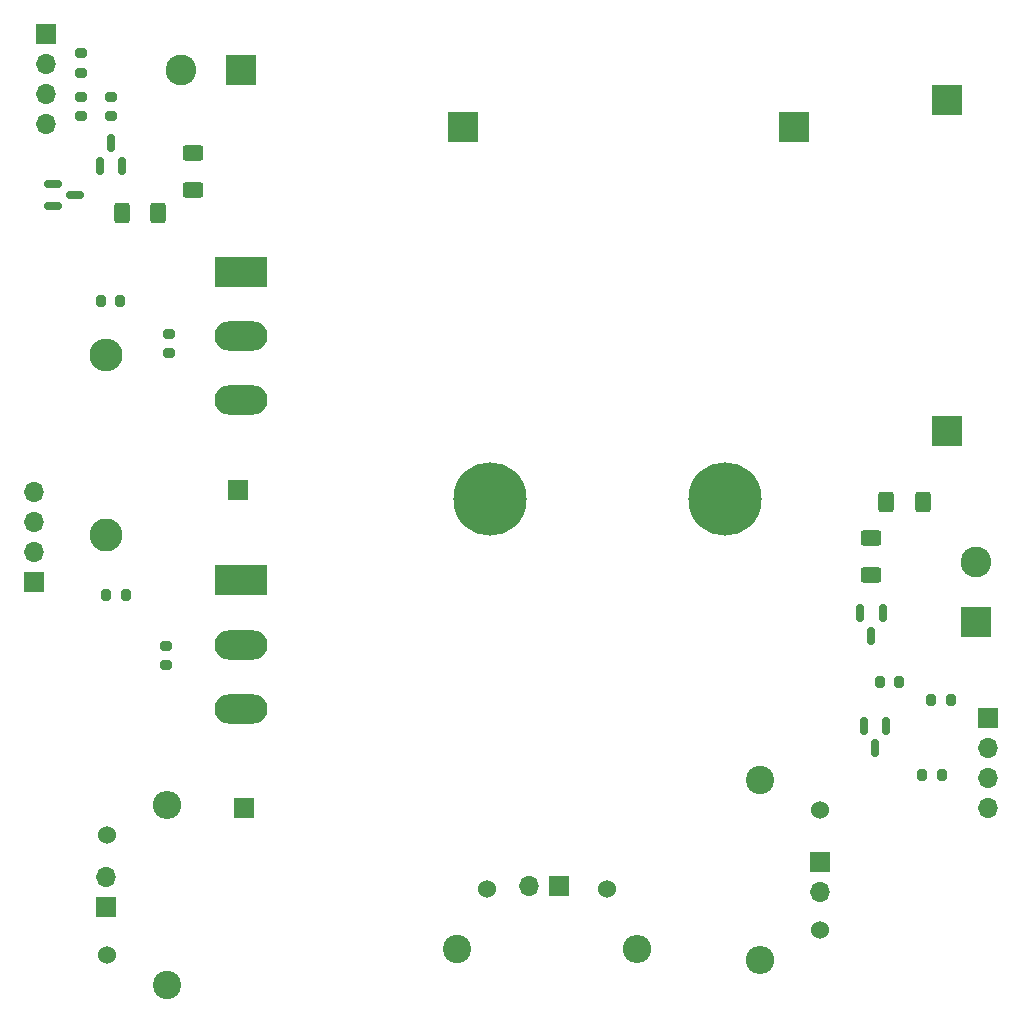
<source format=gbr>
%TF.GenerationSoftware,KiCad,Pcbnew,7.0.9*%
%TF.CreationDate,2023-12-08T23:47:41+01:00*%
%TF.ProjectId,SMPS_V1_power,534d5053-5f56-4315-9f70-6f7765722e6b,rev?*%
%TF.SameCoordinates,Original*%
%TF.FileFunction,Soldermask,Top*%
%TF.FilePolarity,Negative*%
%FSLAX46Y46*%
G04 Gerber Fmt 4.6, Leading zero omitted, Abs format (unit mm)*
G04 Created by KiCad (PCBNEW 7.0.9) date 2023-12-08 23:47:41*
%MOMM*%
%LPD*%
G01*
G04 APERTURE LIST*
G04 Aperture macros list*
%AMRoundRect*
0 Rectangle with rounded corners*
0 $1 Rounding radius*
0 $2 $3 $4 $5 $6 $7 $8 $9 X,Y pos of 4 corners*
0 Add a 4 corners polygon primitive as box body*
4,1,4,$2,$3,$4,$5,$6,$7,$8,$9,$2,$3,0*
0 Add four circle primitives for the rounded corners*
1,1,$1+$1,$2,$3*
1,1,$1+$1,$4,$5*
1,1,$1+$1,$6,$7*
1,1,$1+$1,$8,$9*
0 Add four rect primitives between the rounded corners*
20,1,$1+$1,$2,$3,$4,$5,0*
20,1,$1+$1,$4,$5,$6,$7,0*
20,1,$1+$1,$6,$7,$8,$9,0*
20,1,$1+$1,$8,$9,$2,$3,0*%
G04 Aperture macros list end*
%ADD10RoundRect,0.250000X-0.625000X0.400000X-0.625000X-0.400000X0.625000X-0.400000X0.625000X0.400000X0*%
%ADD11R,1.700000X1.700000*%
%ADD12C,2.400000*%
%ADD13C,1.524000*%
%ADD14O,2.400000X2.400000*%
%ADD15RoundRect,0.200000X0.200000X0.275000X-0.200000X0.275000X-0.200000X-0.275000X0.200000X-0.275000X0*%
%ADD16R,4.500000X2.500000*%
%ADD17O,4.500000X2.500000*%
%ADD18RoundRect,0.250000X0.400000X0.625000X-0.400000X0.625000X-0.400000X-0.625000X0.400000X-0.625000X0*%
%ADD19R,2.500000X2.500000*%
%ADD20RoundRect,0.150000X-0.150000X0.587500X-0.150000X-0.587500X0.150000X-0.587500X0.150000X0.587500X0*%
%ADD21RoundRect,0.200000X-0.200000X-0.275000X0.200000X-0.275000X0.200000X0.275000X-0.200000X0.275000X0*%
%ADD22O,1.700000X1.700000*%
%ADD23RoundRect,0.102000X1.200000X1.200000X-1.200000X1.200000X-1.200000X-1.200000X1.200000X-1.200000X0*%
%ADD24C,2.604000*%
%ADD25RoundRect,0.200000X-0.275000X0.200000X-0.275000X-0.200000X0.275000X-0.200000X0.275000X0.200000X0*%
%ADD26C,6.204000*%
%ADD27RoundRect,0.150000X-0.587500X-0.150000X0.587500X-0.150000X0.587500X0.150000X-0.587500X0.150000X0*%
%ADD28RoundRect,0.200000X0.275000X-0.200000X0.275000X0.200000X-0.275000X0.200000X-0.275000X-0.200000X0*%
%ADD29RoundRect,0.102000X1.200000X-1.200000X1.200000X1.200000X-1.200000X1.200000X-1.200000X-1.200000X0*%
%ADD30RoundRect,0.150000X0.150000X-0.587500X0.150000X0.587500X-0.150000X0.587500X-0.150000X-0.587500X0*%
%ADD31C,2.800000*%
%ADD32O,2.800000X2.800000*%
G04 APERTURE END LIST*
D10*
%TO.C,R5*%
X198000000Y-56450000D03*
X198000000Y-59550000D03*
%TD*%
D11*
%TO.C,J18*%
X202334000Y-111934000D03*
%TD*%
D12*
%TO.C,R15*%
X195758500Y-126920000D03*
D13*
X190678500Y-124380000D03*
X190678500Y-114220000D03*
D14*
X195758500Y-111680000D03*
%TD*%
D15*
%TO.C,R20*%
X257769000Y-101266000D03*
X256119000Y-101266000D03*
%TD*%
D16*
%TO.C,Q3*%
X202080000Y-66490000D03*
D17*
X202080000Y-71940000D03*
X202080000Y-77390000D03*
%TD*%
D18*
%TO.C,R9*%
X195050000Y-61500000D03*
X191950000Y-61500000D03*
%TD*%
D19*
%TO.C,C13*%
X261800000Y-79990000D03*
X261800000Y-51990000D03*
%TD*%
D16*
%TO.C,Q4*%
X202080000Y-92630000D03*
D17*
X202080000Y-98080000D03*
X202080000Y-103530000D03*
%TD*%
D20*
%TO.C,Q6*%
X256690000Y-104979000D03*
X254790000Y-104979000D03*
X255740000Y-106854000D03*
%TD*%
D21*
%TO.C,R10*%
X190175000Y-69000000D03*
X191825000Y-69000000D03*
%TD*%
D11*
%TO.C,J19*%
X190650000Y-120316000D03*
D22*
X190650000Y-117776000D03*
%TD*%
D18*
%TO.C,R17*%
X259790000Y-86026000D03*
X256690000Y-86026000D03*
%TD*%
D21*
%TO.C,R11*%
X190650000Y-93900000D03*
X192300000Y-93900000D03*
%TD*%
D23*
%TO.C,J16*%
X202080000Y-49450000D03*
D24*
X197000000Y-49450000D03*
%TD*%
D25*
%TO.C,R6*%
X188500000Y-51675000D03*
X188500000Y-53325000D03*
%TD*%
D15*
%TO.C,R22*%
X261388000Y-109140000D03*
X259738000Y-109140000D03*
%TD*%
D20*
%TO.C,Q5*%
X256370000Y-95424000D03*
X254470000Y-95424000D03*
X255420000Y-97299000D03*
%TD*%
D26*
%TO.C,L1*%
X223118000Y-85772000D03*
X243018000Y-85772000D03*
%TD*%
D10*
%TO.C,R18*%
X255420000Y-89048000D03*
X255420000Y-92148000D03*
%TD*%
D12*
%TO.C,R16*%
X220368000Y-123872000D03*
D13*
X222908000Y-118792000D03*
X233068000Y-118792000D03*
D14*
X235608000Y-123872000D03*
%TD*%
D27*
%TO.C,Q1*%
X186125000Y-59050000D03*
X186125000Y-60950000D03*
X188000000Y-60000000D03*
%TD*%
D28*
%TO.C,R12*%
X195984000Y-73389000D03*
X195984000Y-71739000D03*
%TD*%
D21*
%TO.C,R21*%
X260500000Y-102790000D03*
X262150000Y-102790000D03*
%TD*%
D11*
%TO.C,J22*%
X265326000Y-104314000D03*
D22*
X265326000Y-106854000D03*
X265326000Y-109394000D03*
X265326000Y-111934000D03*
%TD*%
D28*
%TO.C,R7*%
X188500000Y-49650000D03*
X188500000Y-48000000D03*
%TD*%
D19*
%TO.C,C12*%
X220846000Y-54276000D03*
X248846000Y-54276000D03*
%TD*%
D11*
%TO.C,J15*%
X185500000Y-46380000D03*
D22*
X185500000Y-48920000D03*
X185500000Y-51460000D03*
X185500000Y-54000000D03*
%TD*%
D11*
%TO.C,J17*%
X201826000Y-85010000D03*
%TD*%
D29*
%TO.C,J23*%
X264264500Y-96186000D03*
D24*
X264264500Y-91106000D03*
%TD*%
D11*
%TO.C,J21*%
X251102000Y-116500000D03*
D22*
X251102000Y-119040000D03*
%TD*%
D28*
%TO.C,R14*%
X195730000Y-99805000D03*
X195730000Y-98155000D03*
%TD*%
D30*
%TO.C,Q2*%
X190100000Y-57500000D03*
X192000000Y-57500000D03*
X191050000Y-55625000D03*
%TD*%
D31*
%TO.C,R13*%
X190650000Y-88820000D03*
D32*
X190650000Y-73580000D03*
%TD*%
D25*
%TO.C,R8*%
X191000000Y-51675000D03*
X191000000Y-53325000D03*
%TD*%
D12*
%TO.C,R19*%
X246022000Y-109500000D03*
D13*
X251102000Y-112040000D03*
X251102000Y-122200000D03*
D14*
X246022000Y-124740000D03*
%TD*%
D11*
%TO.C,J20*%
X229004000Y-118538000D03*
D22*
X226464000Y-118538000D03*
%TD*%
D11*
%TO.C,J24*%
X184554000Y-92731600D03*
D22*
X184554000Y-90191600D03*
X184554000Y-87651600D03*
X184554000Y-85111600D03*
%TD*%
M02*

</source>
